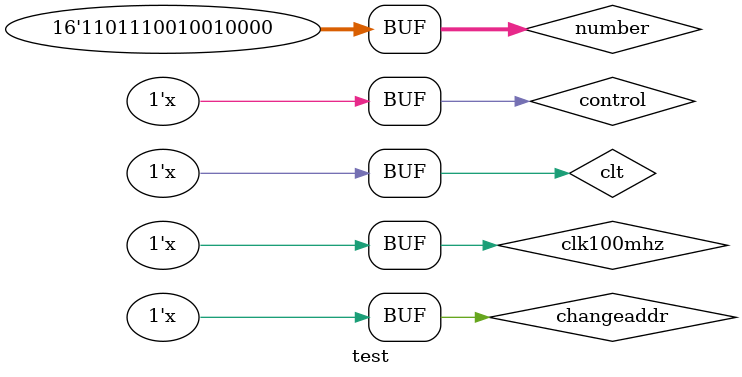
<source format=v>
`timescale 1ns / 1ps
module test();
reg clk100mhz;
reg changeaddr;
wire [18:0]addrBus;
reg clt,control;
reg [15:0]number;
wire [15:0]dataBus1;
wire oe,lb,ub;
 loadsram u1(click,clk100mhz,clr,clt,changeaddr,control,res,start,dataBus1,pos,pos1,seg,seg1,addrBus,ce,ub,lb,w,oe,changeaddr1);
initial
begin
clk100mhz = 0;
changeaddr= 0;
clt = 1;
control = 1;
number=0;
# 10 number = 15156;
# 100 number = 56464;
end
always #1 clk100mhz = ~clk100mhz;
always #100 changeaddr = ~changeaddr;
always #50 clt = ~clt;
always #20 control= ~control;
endmodule

</source>
